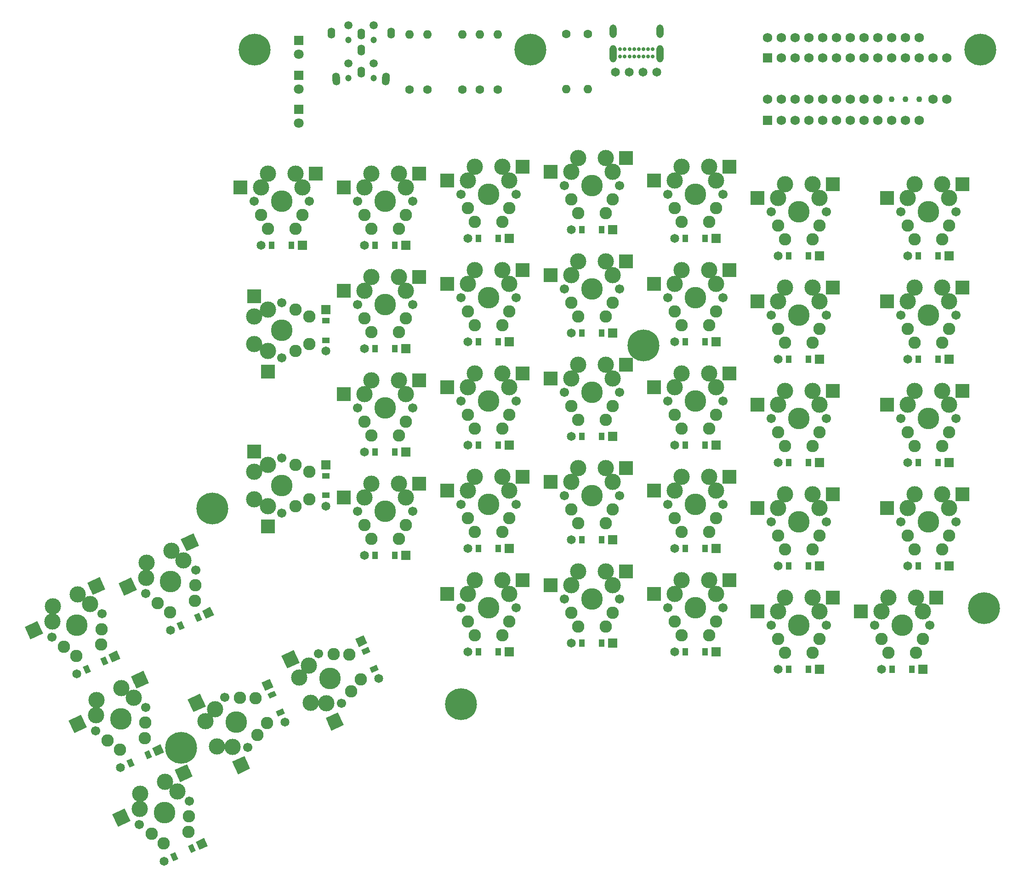
<source format=gbr>
G04 #@! TF.GenerationSoftware,KiCad,Pcbnew,(5.1.4)-1*
G04 #@! TF.CreationDate,2019-10-18T00:21:39+08:00*
G04 #@! TF.ProjectId,ErgoDoxTW,4572676f-446f-4785-9457-2e6b69636164,rev?*
G04 #@! TF.SameCoordinates,PX15feaa0PYb4cd8c0*
G04 #@! TF.FileFunction,Soldermask,Bot*
G04 #@! TF.FilePolarity,Negative*
%FSLAX46Y46*%
G04 Gerber Fmt 4.6, Leading zero omitted, Abs format (unit mm)*
G04 Created by KiCad (PCBNEW (5.1.4)-1) date 2019-10-18 00:21:39*
%MOMM*%
%LPD*%
G04 APERTURE LIST*
%ADD10O,1.400000X2.000000*%
%ADD11C,1.200000*%
%ADD12C,1.500000*%
%ADD13C,5.867400*%
%ADD14O,1.600000X1.600000*%
%ADD15C,1.600000*%
%ADD16R,1.752600X1.752600*%
%ADD17C,1.752600*%
%ADD18C,0.700000*%
%ADD19O,1.300000X2.500000*%
%ADD20O,1.300000X3.200000*%
%ADD21C,1.651000*%
%ADD22R,1.651000X1.651000*%
%ADD23C,3.000000*%
%ADD24C,2.286000*%
%ADD25C,3.987800*%
%ADD26C,1.701800*%
%ADD27R,1.000000X1.400000*%
%ADD28R,2.550000X2.500000*%
%ADD29C,0.150000*%
%ADD30C,1.000000*%
%ADD31C,2.500000*%
%ADD32R,1.400000X1.000000*%
%ADD33R,2.500000X2.550000*%
%ADD34C,1.800000*%
%ADD35R,1.800000X1.800000*%
%ADD36C,1.092200*%
G04 APERTURE END LIST*
D10*
X68263248Y146996601D03*
X59263248Y146996601D03*
D11*
X66060708Y147383921D03*
X66060708Y154383921D03*
D10*
X69260708Y155683921D03*
D12*
X66063248Y157096601D03*
D10*
X63763248Y148496601D03*
D12*
X61463248Y157096601D03*
D10*
X59163248Y147396601D03*
X63763248Y152496601D03*
X63763248Y155496601D03*
X68363248Y147396601D03*
D12*
X61463248Y150096601D03*
X66063248Y150096601D03*
D10*
X58260708Y155683921D03*
D11*
X61460708Y154383921D03*
X61460708Y147383921D03*
D13*
X30621968Y23882201D03*
X36387768Y68052801D03*
X82158568Y31959401D03*
X178500768Y49663201D03*
X115762768Y98126401D03*
X177865768Y152584001D03*
X94934768Y152584001D03*
X44134768Y152584001D03*
D14*
X72671482Y155412608D03*
D15*
X72671482Y145252608D03*
D16*
X138652620Y139597196D03*
D17*
X141192620Y139597196D03*
X143732620Y139597196D03*
X146272620Y139597196D03*
X148812620Y139597196D03*
X151352620Y139597196D03*
X153892620Y139597196D03*
X156432620Y139597196D03*
X158972620Y139597196D03*
X161512620Y139597196D03*
X164052620Y139597196D03*
X166592620Y139597196D03*
X166592620Y154837196D03*
X164052620Y154837196D03*
X161512620Y154837196D03*
X158972620Y154837196D03*
X156432620Y154837196D03*
X153892620Y154837196D03*
X151352620Y154837196D03*
X143732620Y154837196D03*
X141192620Y154837196D03*
X138652620Y154837196D03*
X148812620Y154837196D03*
X146272620Y154837196D03*
D18*
X112351409Y151332201D03*
X113201409Y151332201D03*
X114051409Y151332201D03*
X116601409Y151332201D03*
X115751409Y151332201D03*
X114901409Y151332201D03*
X117451409Y151332201D03*
X111501409Y151332201D03*
X114901409Y152682201D03*
X115751409Y152682201D03*
X116601409Y152682201D03*
X114051409Y152682201D03*
X113201409Y152682201D03*
X112351409Y152682201D03*
X117451409Y152682201D03*
X111501409Y152682201D03*
D19*
X110156409Y155982201D03*
X118796409Y155982201D03*
D20*
X118796409Y151832201D03*
X110156409Y151832201D03*
D21*
X110646409Y148462201D03*
X113186409Y148462201D03*
X115726409Y148462201D03*
X118266409Y148462201D03*
D22*
X71976993Y116534065D03*
D23*
X65626993Y129742065D03*
X71976993Y127202065D03*
D24*
X70706993Y119582065D03*
X64356993Y122122065D03*
D25*
X68166993Y124662065D03*
D26*
X73246993Y124662065D03*
X63086993Y124662065D03*
D21*
X64356993Y116534065D03*
D27*
X66366993Y116534065D03*
X69966993Y116534065D03*
D28*
X60606993Y127202065D03*
D26*
X73246993Y124662065D03*
X63086993Y124662065D03*
D28*
X74456993Y129742065D03*
D24*
X71976993Y122122065D03*
X65626993Y119582065D03*
D23*
X64356993Y127202065D03*
X70706993Y129742065D03*
D21*
X26363517Y23472918D03*
D29*
G36*
X25964231Y22375890D02*
G01*
X25266489Y23872204D01*
X26762803Y24569946D01*
X27460545Y23073632D01*
X25964231Y22375890D01*
X25964231Y22375890D01*
G37*
D23*
X15026520Y32759805D03*
X21855025Y33141409D03*
D24*
X23924366Y25698619D03*
X17095861Y25317015D03*
D25*
X19475443Y29229212D03*
D26*
X24079487Y31376113D03*
X14871399Y27082311D03*
D21*
X19457452Y20252567D03*
D30*
X21279130Y21102029D03*
D29*
G36*
X21121809Y20256304D02*
G01*
X20530143Y21525135D01*
X21436451Y21947754D01*
X22028117Y20678923D01*
X21121809Y20256304D01*
X21121809Y20256304D01*
G37*
D30*
X24541838Y22623455D03*
D29*
G36*
X24384517Y21777730D02*
G01*
X23792851Y23046561D01*
X24699159Y23469180D01*
X25290825Y22200349D01*
X24384517Y21777730D01*
X24384517Y21777730D01*
G37*
D31*
X11550306Y28336240D03*
D29*
G36*
X10923036Y26664517D02*
G01*
X9866491Y28930286D01*
X12177576Y30007963D01*
X13234121Y27742194D01*
X10923036Y26664517D01*
X10923036Y26664517D01*
G37*
D26*
X24079487Y31376113D03*
X14871399Y27082311D03*
D31*
X23029218Y36491524D03*
D29*
G36*
X22401948Y34819801D02*
G01*
X21345403Y37085570D01*
X23656488Y38163247D01*
X24713033Y35897478D01*
X22401948Y34819801D01*
X22401948Y34819801D01*
G37*
D24*
X24001926Y28537366D03*
X19320322Y23551718D03*
D23*
X14948960Y29921058D03*
X19630564Y34906706D03*
D22*
X172057006Y114628577D03*
D23*
X165707006Y127836577D03*
X172057006Y125296577D03*
D24*
X170787006Y117676577D03*
X164437006Y120216577D03*
D25*
X168247006Y122756577D03*
D26*
X173327006Y122756577D03*
X163167006Y122756577D03*
D21*
X164437006Y114628577D03*
D27*
X166447006Y114628577D03*
X170047006Y114628577D03*
D28*
X160687006Y125296577D03*
D26*
X173327006Y122756577D03*
X163167006Y122756577D03*
D28*
X174537006Y127836577D03*
D24*
X172057006Y120216577D03*
X165707006Y117676577D03*
D23*
X164437006Y125296577D03*
X170787006Y127836577D03*
D22*
X148177208Y114629638D03*
D23*
X141827208Y127837638D03*
X148177208Y125297638D03*
D24*
X146907208Y117677638D03*
X140557208Y120217638D03*
D25*
X144367208Y122757638D03*
D26*
X149447208Y122757638D03*
X139287208Y122757638D03*
D21*
X140557208Y114629638D03*
D27*
X142567208Y114629638D03*
X146167208Y114629638D03*
D28*
X136807208Y125297638D03*
D26*
X149447208Y122757638D03*
X139287208Y122757638D03*
D28*
X150657208Y127837638D03*
D24*
X148177208Y120217638D03*
X141827208Y117677638D03*
D23*
X140557208Y125297638D03*
X146907208Y127837638D03*
D22*
X129126852Y117806230D03*
D23*
X122776852Y131014230D03*
X129126852Y128474230D03*
D24*
X127856852Y120854230D03*
X121506852Y123394230D03*
D25*
X125316852Y125934230D03*
D26*
X130396852Y125934230D03*
X120236852Y125934230D03*
D21*
X121506852Y117806230D03*
D27*
X123516852Y117806230D03*
X127116852Y117806230D03*
D28*
X117756852Y128474230D03*
D26*
X130396852Y125934230D03*
X120236852Y125934230D03*
D28*
X131606852Y131014230D03*
D24*
X129126852Y123394230D03*
X122776852Y120854230D03*
D23*
X121506852Y128474230D03*
X127856852Y131014230D03*
D22*
X110077661Y119404434D03*
D23*
X103727661Y132612434D03*
X110077661Y130072434D03*
D24*
X108807661Y122452434D03*
X102457661Y124992434D03*
D25*
X106267661Y127532434D03*
D26*
X111347661Y127532434D03*
X101187661Y127532434D03*
D21*
X102457661Y119404434D03*
D27*
X104467661Y119404434D03*
X108067661Y119404434D03*
D28*
X98707661Y130072434D03*
D26*
X111347661Y127532434D03*
X101187661Y127532434D03*
D28*
X112557661Y132612434D03*
D24*
X110077661Y124992434D03*
X103727661Y122452434D03*
D23*
X102457661Y130072434D03*
X108807661Y132612434D03*
D22*
X91027043Y117806590D03*
D23*
X84677043Y131014590D03*
X91027043Y128474590D03*
D24*
X89757043Y120854590D03*
X83407043Y123394590D03*
D25*
X87217043Y125934590D03*
D26*
X92297043Y125934590D03*
X82137043Y125934590D03*
D21*
X83407043Y117806590D03*
D27*
X85417043Y117806590D03*
X89017043Y117806590D03*
D28*
X79657043Y128474590D03*
D26*
X92297043Y125934590D03*
X82137043Y125934590D03*
D28*
X93507043Y131014590D03*
D24*
X91027043Y123394590D03*
X84677043Y120854590D03*
D23*
X83407043Y128474590D03*
X89757043Y131014590D03*
D22*
X52927133Y116534155D03*
D23*
X46577133Y129742155D03*
X52927133Y127202155D03*
D24*
X51657133Y119582155D03*
X45307133Y122122155D03*
D25*
X49117133Y124662155D03*
D26*
X54197133Y124662155D03*
X44037133Y124662155D03*
D21*
X45307133Y116534155D03*
D27*
X47317133Y116534155D03*
X50917133Y116534155D03*
D28*
X41557133Y127202155D03*
D26*
X54197133Y124662155D03*
X44037133Y124662155D03*
D28*
X55407133Y129742155D03*
D24*
X52927133Y122122155D03*
X46577133Y119582155D03*
D23*
X45307133Y127202155D03*
X51657133Y129742155D03*
D22*
X172057371Y95582238D03*
D23*
X165707371Y108790238D03*
X172057371Y106250238D03*
D24*
X170787371Y98630238D03*
X164437371Y101170238D03*
D25*
X168247371Y103710238D03*
D26*
X173327371Y103710238D03*
X163167371Y103710238D03*
D21*
X164437371Y95582238D03*
D27*
X166447371Y95582238D03*
X170047371Y95582238D03*
D28*
X160687371Y106250238D03*
D26*
X173327371Y103710238D03*
X163167371Y103710238D03*
D28*
X174537371Y108790238D03*
D24*
X172057371Y101170238D03*
X165707371Y98630238D03*
D23*
X164437371Y106250238D03*
X170787371Y108790238D03*
D22*
X148177089Y95581968D03*
D23*
X141827089Y108789968D03*
X148177089Y106249968D03*
D24*
X146907089Y98629968D03*
X140557089Y101169968D03*
D25*
X144367089Y103709968D03*
D26*
X149447089Y103709968D03*
X139287089Y103709968D03*
D21*
X140557089Y95581968D03*
D27*
X142567089Y95581968D03*
X146167089Y95581968D03*
D28*
X136807089Y106249968D03*
D26*
X149447089Y103709968D03*
X139287089Y103709968D03*
D28*
X150657089Y108789968D03*
D24*
X148177089Y101169968D03*
X141827089Y98629968D03*
D23*
X140557089Y106249968D03*
X146907089Y108789968D03*
D22*
X129127576Y98756749D03*
D23*
X122777576Y111964749D03*
X129127576Y109424749D03*
D24*
X127857576Y101804749D03*
X121507576Y104344749D03*
D25*
X125317576Y106884749D03*
D26*
X130397576Y106884749D03*
X120237576Y106884749D03*
D21*
X121507576Y98756749D03*
D27*
X123517576Y98756749D03*
X127117576Y98756749D03*
D28*
X117757576Y109424749D03*
D26*
X130397576Y106884749D03*
X120237576Y106884749D03*
D28*
X131607576Y111964749D03*
D24*
X129127576Y104344749D03*
X122777576Y101804749D03*
D23*
X121507576Y109424749D03*
X127857576Y111964749D03*
D22*
X110077480Y100354531D03*
D23*
X103727480Y113562531D03*
X110077480Y111022531D03*
D24*
X108807480Y103402531D03*
X102457480Y105942531D03*
D25*
X106267480Y108482531D03*
D26*
X111347480Y108482531D03*
X101187480Y108482531D03*
D21*
X102457480Y100354531D03*
D27*
X104467480Y100354531D03*
X108067480Y100354531D03*
D28*
X98707480Y111022531D03*
D26*
X111347480Y108482531D03*
X101187480Y108482531D03*
D28*
X112557480Y113562531D03*
D24*
X110077480Y105942531D03*
X103727480Y103402531D03*
D23*
X102457480Y111022531D03*
X108807480Y113562531D03*
D22*
X91026865Y98756686D03*
D23*
X84676865Y111964686D03*
X91026865Y109424686D03*
D24*
X89756865Y101804686D03*
X83406865Y104344686D03*
D25*
X87216865Y106884686D03*
D26*
X92296865Y106884686D03*
X82136865Y106884686D03*
D21*
X83406865Y98756686D03*
D27*
X85416865Y98756686D03*
X89016865Y98756686D03*
D28*
X79656865Y109424686D03*
D26*
X92296865Y106884686D03*
X82136865Y106884686D03*
D28*
X93506865Y111964686D03*
D24*
X91026865Y104344686D03*
X84676865Y101804686D03*
D23*
X83406865Y109424686D03*
X89756865Y111964686D03*
D22*
X71976708Y97486760D03*
D23*
X65626708Y110694760D03*
X71976708Y108154760D03*
D24*
X70706708Y100534760D03*
X64356708Y103074760D03*
D25*
X68166708Y105614760D03*
D26*
X73246708Y105614760D03*
X63086708Y105614760D03*
D21*
X64356708Y97486760D03*
D27*
X66366708Y97486760D03*
X69966708Y97486760D03*
D28*
X60606708Y108154760D03*
D26*
X73246708Y105614760D03*
X63086708Y105614760D03*
D28*
X74456708Y110694760D03*
D24*
X71976708Y103074760D03*
X65626708Y100534760D03*
D23*
X64356708Y108154760D03*
X70706708Y110694760D03*
D22*
X57244848Y104661679D03*
D23*
X44036848Y98311679D03*
X46576848Y104661679D03*
D24*
X54196848Y103391679D03*
X51656848Y97041679D03*
D25*
X49116848Y100851679D03*
D26*
X49116848Y105931679D03*
X49116848Y95771679D03*
D21*
X57244848Y97041679D03*
D32*
X57244848Y99051679D03*
X57244848Y102651679D03*
D33*
X46576848Y93291679D03*
D26*
X49116848Y105931679D03*
X49116848Y95771679D03*
D33*
X44036848Y107141679D03*
D24*
X51656848Y104661679D03*
X54196848Y98311679D03*
D23*
X46576848Y97041679D03*
X44036848Y103391679D03*
D22*
X172057613Y76531427D03*
D23*
X165707613Y89739427D03*
X172057613Y87199427D03*
D24*
X170787613Y79579427D03*
X164437613Y82119427D03*
D25*
X168247613Y84659427D03*
D26*
X173327613Y84659427D03*
X163167613Y84659427D03*
D21*
X164437613Y76531427D03*
D27*
X166447613Y76531427D03*
X170047613Y76531427D03*
D28*
X160687613Y87199427D03*
D26*
X173327613Y84659427D03*
X163167613Y84659427D03*
D28*
X174537613Y89739427D03*
D24*
X172057613Y82119427D03*
X165707613Y79579427D03*
D23*
X164437613Y87199427D03*
X170787613Y89739427D03*
D22*
X148177330Y76531159D03*
D23*
X141827330Y89739159D03*
X148177330Y87199159D03*
D24*
X146907330Y79579159D03*
X140557330Y82119159D03*
D25*
X144367330Y84659159D03*
D26*
X149447330Y84659159D03*
X139287330Y84659159D03*
D21*
X140557330Y76531159D03*
D27*
X142567330Y76531159D03*
X146167330Y76531159D03*
D28*
X136807330Y87199159D03*
D26*
X149447330Y84659159D03*
X139287330Y84659159D03*
D28*
X150657330Y89739159D03*
D24*
X148177330Y82119159D03*
X141827330Y79579159D03*
D23*
X140557330Y87199159D03*
X146907330Y89739159D03*
D22*
X129127398Y79706847D03*
D23*
X122777398Y92914847D03*
X129127398Y90374847D03*
D24*
X127857398Y82754847D03*
X121507398Y85294847D03*
D25*
X125317398Y87834847D03*
D26*
X130397398Y87834847D03*
X120237398Y87834847D03*
D21*
X121507398Y79706847D03*
D27*
X123517398Y79706847D03*
X127117398Y79706847D03*
D28*
X117757398Y90374847D03*
D26*
X130397398Y87834847D03*
X120237398Y87834847D03*
D28*
X131607398Y92914847D03*
D24*
X129127398Y85294847D03*
X122777398Y82754847D03*
D23*
X121507398Y90374847D03*
X127857398Y92914847D03*
D22*
X110077301Y81304627D03*
D23*
X103727301Y94512627D03*
X110077301Y91972627D03*
D24*
X108807301Y84352627D03*
X102457301Y86892627D03*
D25*
X106267301Y89432627D03*
D26*
X111347301Y89432627D03*
X101187301Y89432627D03*
D21*
X102457301Y81304627D03*
D27*
X104467301Y81304627D03*
X108067301Y81304627D03*
D28*
X98707301Y91972627D03*
D26*
X111347301Y89432627D03*
X101187301Y89432627D03*
D28*
X112557301Y94512627D03*
D24*
X110077301Y86892627D03*
X103727301Y84352627D03*
D23*
X102457301Y91972627D03*
X108807301Y94512627D03*
D22*
X91027108Y79705876D03*
D23*
X84677108Y92913876D03*
X91027108Y90373876D03*
D24*
X89757108Y82753876D03*
X83407108Y85293876D03*
D25*
X87217108Y87833876D03*
D26*
X92297108Y87833876D03*
X82137108Y87833876D03*
D21*
X83407108Y79705876D03*
D27*
X85417108Y79705876D03*
X89017108Y79705876D03*
D28*
X79657108Y90373876D03*
D26*
X92297108Y87833876D03*
X82137108Y87833876D03*
D28*
X93507108Y92913876D03*
D24*
X91027108Y85293876D03*
X84677108Y82753876D03*
D23*
X83407108Y90373876D03*
X89757108Y92913876D03*
D22*
X71976949Y78435950D03*
D23*
X65626949Y91643950D03*
X71976949Y89103950D03*
D24*
X70706949Y81483950D03*
X64356949Y84023950D03*
D25*
X68166949Y86563950D03*
D26*
X73246949Y86563950D03*
X63086949Y86563950D03*
D21*
X64356949Y78435950D03*
D27*
X66366949Y78435950D03*
X69966949Y78435950D03*
D28*
X60606949Y89103950D03*
D26*
X73246949Y86563950D03*
X63086949Y86563950D03*
D28*
X74456949Y91643950D03*
D24*
X71976949Y84023950D03*
X65626949Y81483950D03*
D23*
X64356949Y89103950D03*
X70706949Y91643950D03*
D22*
X172057435Y57481525D03*
D23*
X165707435Y70689525D03*
X172057435Y68149525D03*
D24*
X170787435Y60529525D03*
X164437435Y63069525D03*
D25*
X168247435Y65609525D03*
D26*
X173327435Y65609525D03*
X163167435Y65609525D03*
D21*
X164437435Y57481525D03*
D27*
X166447435Y57481525D03*
X170047435Y57481525D03*
D28*
X160687435Y68149525D03*
D26*
X173327435Y65609525D03*
X163167435Y65609525D03*
D28*
X174537435Y70689525D03*
D24*
X172057435Y63069525D03*
X165707435Y60529525D03*
D23*
X164437435Y68149525D03*
X170787435Y70689525D03*
D22*
X148177152Y57481256D03*
D23*
X141827152Y70689256D03*
X148177152Y68149256D03*
D24*
X146907152Y60529256D03*
X140557152Y63069256D03*
D25*
X144367152Y65609256D03*
D26*
X149447152Y65609256D03*
X139287152Y65609256D03*
D21*
X140557152Y57481256D03*
D27*
X142567152Y57481256D03*
X146167152Y57481256D03*
D28*
X136807152Y68149256D03*
D26*
X149447152Y65609256D03*
X139287152Y65609256D03*
D28*
X150657152Y70689256D03*
D24*
X148177152Y63069256D03*
X141827152Y60529256D03*
D23*
X140557152Y68149256D03*
X146907152Y70689256D03*
D22*
X129127640Y60656036D03*
D23*
X122777640Y73864036D03*
X129127640Y71324036D03*
D24*
X127857640Y63704036D03*
X121507640Y66244036D03*
D25*
X125317640Y68784036D03*
D26*
X130397640Y68784036D03*
X120237640Y68784036D03*
D21*
X121507640Y60656036D03*
D27*
X123517640Y60656036D03*
X127117640Y60656036D03*
D28*
X117757640Y71324036D03*
D26*
X130397640Y68784036D03*
X120237640Y68784036D03*
D28*
X131607640Y73864036D03*
D24*
X129127640Y66244036D03*
X122777640Y63704036D03*
D23*
X121507640Y71324036D03*
X127857640Y73864036D03*
D22*
X110077121Y62254724D03*
D23*
X103727121Y75462724D03*
X110077121Y72922724D03*
D24*
X108807121Y65302724D03*
X102457121Y67842724D03*
D25*
X106267121Y70382724D03*
D26*
X111347121Y70382724D03*
X101187121Y70382724D03*
D21*
X102457121Y62254724D03*
D27*
X104467121Y62254724D03*
X108067121Y62254724D03*
D28*
X98707121Y72922724D03*
D26*
X111347121Y70382724D03*
X101187121Y70382724D03*
D28*
X112557121Y75462724D03*
D24*
X110077121Y67842724D03*
X103727121Y65302724D03*
D23*
X102457121Y72922724D03*
X108807121Y75462724D03*
D22*
X91026928Y60655974D03*
D23*
X84676928Y73863974D03*
X91026928Y71323974D03*
D24*
X89756928Y63703974D03*
X83406928Y66243974D03*
D25*
X87216928Y68783974D03*
D26*
X92296928Y68783974D03*
X82136928Y68783974D03*
D21*
X83406928Y60655974D03*
D27*
X85416928Y60655974D03*
X89016928Y60655974D03*
D28*
X79656928Y71323974D03*
D26*
X92296928Y68783974D03*
X82136928Y68783974D03*
D28*
X93506928Y73863974D03*
D24*
X91026928Y66243974D03*
X84676928Y63703974D03*
D23*
X83406928Y71323974D03*
X89756928Y73863974D03*
D22*
X71976771Y59386046D03*
D23*
X65626771Y72594046D03*
X71976771Y70054046D03*
D24*
X70706771Y62434046D03*
X64356771Y64974046D03*
D25*
X68166771Y67514046D03*
D26*
X73246771Y67514046D03*
X63086771Y67514046D03*
D21*
X64356771Y59386046D03*
D27*
X66366771Y59386046D03*
X69966771Y59386046D03*
D28*
X60606771Y70054046D03*
D26*
X73246771Y67514046D03*
X63086771Y67514046D03*
D28*
X74456771Y72594046D03*
D24*
X71976771Y64974046D03*
X65626771Y62434046D03*
D23*
X64356771Y70054046D03*
X70706771Y72594046D03*
D22*
X57245093Y76087615D03*
D23*
X44037093Y69737615D03*
X46577093Y76087615D03*
D24*
X54197093Y74817615D03*
X51657093Y68467615D03*
D25*
X49117093Y72277615D03*
D26*
X49117093Y77357615D03*
X49117093Y67197615D03*
D21*
X57245093Y68467615D03*
D32*
X57245093Y70477615D03*
X57245093Y74077615D03*
D33*
X46577093Y64717615D03*
D26*
X49117093Y77357615D03*
X49117093Y67197615D03*
D33*
X44037093Y78567615D03*
D24*
X51657093Y76087615D03*
X54197093Y69737615D03*
D23*
X46577093Y68467615D03*
X44037093Y74817615D03*
D22*
X167226876Y38431173D03*
D23*
X160876876Y51639173D03*
X167226876Y49099173D03*
D24*
X165956876Y41479173D03*
X159606876Y44019173D03*
D25*
X163416876Y46559173D03*
D26*
X168496876Y46559173D03*
X158336876Y46559173D03*
D21*
X159606876Y38431173D03*
D27*
X161616876Y38431173D03*
X165216876Y38431173D03*
D28*
X155856876Y49099173D03*
D26*
X168496876Y46559173D03*
X158336876Y46559173D03*
D28*
X169706876Y51639173D03*
D24*
X167226876Y44019173D03*
X160876876Y41479173D03*
D23*
X159606876Y49099173D03*
X165956876Y51639173D03*
D22*
X148176973Y38431352D03*
D23*
X141826973Y51639352D03*
X148176973Y49099352D03*
D24*
X146906973Y41479352D03*
X140556973Y44019352D03*
D25*
X144366973Y46559352D03*
D26*
X149446973Y46559352D03*
X139286973Y46559352D03*
D21*
X140556973Y38431352D03*
D27*
X142566973Y38431352D03*
X146166973Y38431352D03*
D28*
X136806973Y49099352D03*
D26*
X149446973Y46559352D03*
X139286973Y46559352D03*
D28*
X150656973Y51639352D03*
D24*
X148176973Y44019352D03*
X141826973Y41479352D03*
D23*
X140556973Y49099352D03*
X146906973Y51639352D03*
D22*
X129127462Y41606132D03*
D23*
X122777462Y54814132D03*
X129127462Y52274132D03*
D24*
X127857462Y44654132D03*
X121507462Y47194132D03*
D25*
X125317462Y49734132D03*
D26*
X130397462Y49734132D03*
X120237462Y49734132D03*
D21*
X121507462Y41606132D03*
D27*
X123517462Y41606132D03*
X127117462Y41606132D03*
D28*
X117757462Y52274132D03*
D26*
X130397462Y49734132D03*
X120237462Y49734132D03*
D28*
X131607462Y54814132D03*
D24*
X129127462Y47194132D03*
X122777462Y44654132D03*
D23*
X121507462Y52274132D03*
X127857462Y54814132D03*
D22*
X110077365Y43203913D03*
D23*
X103727365Y56411913D03*
X110077365Y53871913D03*
D24*
X108807365Y46251913D03*
X102457365Y48791913D03*
D25*
X106267365Y51331913D03*
D26*
X111347365Y51331913D03*
X101187365Y51331913D03*
D21*
X102457365Y43203913D03*
D27*
X104467365Y43203913D03*
X108067365Y43203913D03*
D28*
X98707365Y53871913D03*
D26*
X111347365Y51331913D03*
X101187365Y51331913D03*
D28*
X112557365Y56411913D03*
D24*
X110077365Y48791913D03*
X103727365Y46251913D03*
D23*
X102457365Y53871913D03*
X108807365Y56411913D03*
D22*
X91027654Y41606493D03*
D23*
X84677654Y54814493D03*
X91027654Y52274493D03*
D24*
X89757654Y44654493D03*
X83407654Y47194493D03*
D25*
X87217654Y49734493D03*
D26*
X92297654Y49734493D03*
X82137654Y49734493D03*
D21*
X83407654Y41606493D03*
D27*
X85417654Y41606493D03*
X89017654Y41606493D03*
D28*
X79657654Y52274493D03*
D26*
X92297654Y49734493D03*
X82137654Y49734493D03*
D28*
X93507654Y54814493D03*
D24*
X91027654Y47194493D03*
X84677654Y44654493D03*
D23*
X83407654Y52274493D03*
X89757654Y54814493D03*
D21*
X34415331Y6205983D03*
D29*
G36*
X34016045Y5108955D02*
G01*
X33318303Y6605269D01*
X34814617Y7303011D01*
X35512359Y5806697D01*
X34016045Y5108955D01*
X34016045Y5108955D01*
G37*
D23*
X23078334Y15492870D03*
X29906839Y15874474D03*
D24*
X31976180Y8431684D03*
X25147675Y8050080D03*
D25*
X27527257Y11962277D03*
D26*
X32131301Y14109178D03*
X22923213Y9815376D03*
D21*
X27509266Y2985632D03*
D30*
X29330944Y3835094D03*
D29*
G36*
X29173623Y2989369D02*
G01*
X28581957Y4258200D01*
X29488265Y4680819D01*
X30079931Y3411988D01*
X29173623Y2989369D01*
X29173623Y2989369D01*
G37*
D30*
X32593652Y5356520D03*
D29*
G36*
X32436331Y4510795D02*
G01*
X31844665Y5779626D01*
X32750973Y6202245D01*
X33342639Y4933414D01*
X32436331Y4510795D01*
X32436331Y4510795D01*
G37*
D31*
X19602120Y11069305D03*
D29*
G36*
X18974850Y9397582D02*
G01*
X17918305Y11663351D01*
X20229390Y12741028D01*
X21285935Y10475259D01*
X18974850Y9397582D01*
X18974850Y9397582D01*
G37*
D26*
X32131301Y14109178D03*
X22923213Y9815376D03*
D31*
X31081032Y19224589D03*
D29*
G36*
X30453762Y17552866D02*
G01*
X29397217Y19818635D01*
X31708302Y20896312D01*
X32764847Y18630543D01*
X30453762Y17552866D01*
X30453762Y17552866D01*
G37*
D24*
X32053740Y11270431D03*
X27372136Y6284783D03*
D23*
X23000774Y12654123D03*
X27682378Y17639771D03*
D21*
X46522097Y35533261D03*
D29*
G36*
X47619125Y35133975D02*
G01*
X46122811Y34436233D01*
X45425069Y35932547D01*
X46921383Y36630289D01*
X47619125Y35133975D01*
X47619125Y35133975D01*
G37*
D23*
X37235210Y24196264D03*
X36853606Y31024769D03*
D24*
X44296396Y33094110D03*
X44678000Y26265605D03*
D25*
X40765803Y28645187D03*
D26*
X38618902Y33249231D03*
X42912704Y24041143D03*
D21*
X49742448Y28627196D03*
D30*
X48892986Y30448874D03*
D29*
G36*
X49738711Y30291553D02*
G01*
X48469880Y29699887D01*
X48047261Y30606195D01*
X49316092Y31197861D01*
X49738711Y30291553D01*
X49738711Y30291553D01*
G37*
D30*
X47371560Y33711582D03*
D29*
G36*
X48217285Y33554261D02*
G01*
X46948454Y32962595D01*
X46525835Y33868903D01*
X47794666Y34460569D01*
X48217285Y33554261D01*
X48217285Y33554261D01*
G37*
D31*
X41658775Y20720050D03*
D29*
G36*
X43330498Y20092780D02*
G01*
X41064729Y19036235D01*
X39987052Y21347320D01*
X42252821Y22403865D01*
X43330498Y20092780D01*
X43330498Y20092780D01*
G37*
D26*
X38618902Y33249231D03*
X42912704Y24041143D03*
D31*
X33503491Y32198962D03*
D29*
G36*
X35175214Y31571692D02*
G01*
X32909445Y30515147D01*
X31831768Y32826232D01*
X34097537Y33882777D01*
X35175214Y31571692D01*
X35175214Y31571692D01*
G37*
D24*
X41457649Y33171670D03*
X46443297Y28490066D03*
D23*
X40073957Y24118704D03*
X35088309Y28800308D03*
D21*
X63786142Y43585826D03*
D29*
G36*
X64883170Y43186540D02*
G01*
X63386856Y42488798D01*
X62689114Y43985112D01*
X64185428Y44682854D01*
X64883170Y43186540D01*
X64883170Y43186540D01*
G37*
D23*
X54499255Y32248829D03*
X54117651Y39077334D03*
D24*
X61560441Y41146675D03*
X61942045Y34318170D03*
D25*
X58029848Y36697752D03*
D26*
X55882947Y41301796D03*
X60176749Y32093708D03*
D21*
X67006493Y36679761D03*
D30*
X66157031Y38501439D03*
D29*
G36*
X67002756Y38344118D02*
G01*
X65733925Y37752452D01*
X65311306Y38658760D01*
X66580137Y39250426D01*
X67002756Y38344118D01*
X67002756Y38344118D01*
G37*
D30*
X64635605Y41764147D03*
D29*
G36*
X65481330Y41606826D02*
G01*
X64212499Y41015160D01*
X63789880Y41921468D01*
X65058711Y42513134D01*
X65481330Y41606826D01*
X65481330Y41606826D01*
G37*
D31*
X58922820Y28772615D03*
D29*
G36*
X60594543Y28145345D02*
G01*
X58328774Y27088800D01*
X57251097Y29399885D01*
X59516866Y30456430D01*
X60594543Y28145345D01*
X60594543Y28145345D01*
G37*
D26*
X55882947Y41301796D03*
X60176749Y32093708D03*
D31*
X50767536Y40251527D03*
D29*
G36*
X52439259Y39624257D02*
G01*
X50173490Y38567712D01*
X49095813Y40878797D01*
X51361582Y41935342D01*
X52439259Y39624257D01*
X52439259Y39624257D01*
G37*
D24*
X58721694Y41224235D03*
X63707342Y36542631D03*
D23*
X57338002Y32171269D03*
X52352354Y36852873D03*
D21*
X35578556Y48787103D03*
D29*
G36*
X35179270Y47690075D02*
G01*
X34481528Y49186389D01*
X35977842Y49884131D01*
X36675584Y48387817D01*
X35179270Y47690075D01*
X35179270Y47690075D01*
G37*
D23*
X24241559Y58073990D03*
X31070064Y58455594D03*
D24*
X33139405Y51012804D03*
X26310900Y50631200D03*
D25*
X28690482Y54543397D03*
D26*
X33294526Y56690298D03*
X24086438Y52396496D03*
D21*
X28672491Y45566752D03*
D30*
X30494169Y46416214D03*
D29*
G36*
X30336848Y45570489D02*
G01*
X29745182Y46839320D01*
X30651490Y47261939D01*
X31243156Y45993108D01*
X30336848Y45570489D01*
X30336848Y45570489D01*
G37*
D30*
X33756877Y47937640D03*
D29*
G36*
X33599556Y47091915D02*
G01*
X33007890Y48360746D01*
X33914198Y48783365D01*
X34505864Y47514534D01*
X33599556Y47091915D01*
X33599556Y47091915D01*
G37*
D31*
X20765345Y53650425D03*
D29*
G36*
X20138075Y51978702D02*
G01*
X19081530Y54244471D01*
X21392615Y55322148D01*
X22449160Y53056379D01*
X20138075Y51978702D01*
X20138075Y51978702D01*
G37*
D26*
X33294526Y56690298D03*
X24086438Y52396496D03*
D31*
X32244257Y61805709D03*
D29*
G36*
X31616987Y60133986D02*
G01*
X30560442Y62399755D01*
X32871527Y63477432D01*
X33928072Y61211663D01*
X31616987Y60133986D01*
X31616987Y60133986D01*
G37*
D24*
X33216965Y53851551D03*
X28535361Y48865903D03*
D23*
X24163999Y55235243D03*
X28845603Y60220891D03*
D21*
X18314300Y40736649D03*
D29*
G36*
X17915014Y39639621D02*
G01*
X17217272Y41135935D01*
X18713586Y41833677D01*
X19411328Y40337363D01*
X17915014Y39639621D01*
X17915014Y39639621D01*
G37*
D23*
X6977303Y50023536D03*
X13805808Y50405140D03*
D24*
X15875149Y42962350D03*
X9046644Y42580746D03*
D25*
X11426226Y46492943D03*
D26*
X16030270Y48639844D03*
X6822182Y44346042D03*
D21*
X11408235Y37516298D03*
D30*
X13229913Y38365760D03*
D29*
G36*
X13072592Y37520035D02*
G01*
X12480926Y38788866D01*
X13387234Y39211485D01*
X13978900Y37942654D01*
X13072592Y37520035D01*
X13072592Y37520035D01*
G37*
D30*
X16492621Y39887186D03*
D29*
G36*
X16335300Y39041461D02*
G01*
X15743634Y40310292D01*
X16649942Y40732911D01*
X17241608Y39464080D01*
X16335300Y39041461D01*
X16335300Y39041461D01*
G37*
D31*
X3501089Y45599971D03*
D29*
G36*
X2873819Y43928248D02*
G01*
X1817274Y46194017D01*
X4128359Y47271694D01*
X5184904Y45005925D01*
X2873819Y43928248D01*
X2873819Y43928248D01*
G37*
D26*
X16030270Y48639844D03*
X6822182Y44346042D03*
D31*
X14980001Y53755255D03*
D29*
G36*
X14352731Y52083532D02*
G01*
X13296186Y54349301D01*
X15607271Y55426978D01*
X16663816Y53161209D01*
X14352731Y52083532D01*
X14352731Y52083532D01*
G37*
D24*
X15952709Y45801097D03*
X11271105Y40815449D03*
D23*
X6899743Y47184789D03*
X11581347Y52170437D03*
D14*
X75957759Y155406164D03*
D15*
X75957759Y145246164D03*
D14*
X101531453Y145367664D03*
D15*
X101531453Y155527664D03*
D14*
X105533429Y145367475D03*
D15*
X105533429Y155527475D03*
D34*
X52319160Y139030371D03*
D35*
X52319160Y141570371D03*
D34*
X52319384Y151730255D03*
D35*
X52319384Y154270255D03*
D34*
X52319633Y145330216D03*
D35*
X52319633Y147870216D03*
D17*
X138637435Y143432610D03*
X141177435Y143432610D03*
X143717435Y143432610D03*
X146257435Y143432610D03*
X148797435Y143432610D03*
X151337435Y143432610D03*
X153877435Y143432610D03*
X156417435Y143432610D03*
X158957435Y143432610D03*
D36*
X161497435Y143432610D03*
X164037435Y143432610D03*
X166577435Y143432610D03*
D17*
X169117435Y143432610D03*
X171657435Y143432610D03*
D16*
X138637435Y151052610D03*
D17*
X171657435Y151052610D03*
X169117435Y151052610D03*
X166577435Y151052610D03*
X164037435Y151052610D03*
X161497435Y151052610D03*
X158957435Y151052610D03*
X156417435Y151052610D03*
X153877435Y151052610D03*
X151337435Y151052610D03*
X148797435Y151052610D03*
X146257435Y151052610D03*
X143717435Y151052610D03*
X141177435Y151052610D03*
D14*
X88981211Y155405637D03*
D15*
X88981211Y145245637D03*
D14*
X85680058Y155406701D03*
D15*
X85680058Y145246701D03*
D14*
X82383134Y155404501D03*
D15*
X82383134Y145244501D03*
M02*

</source>
